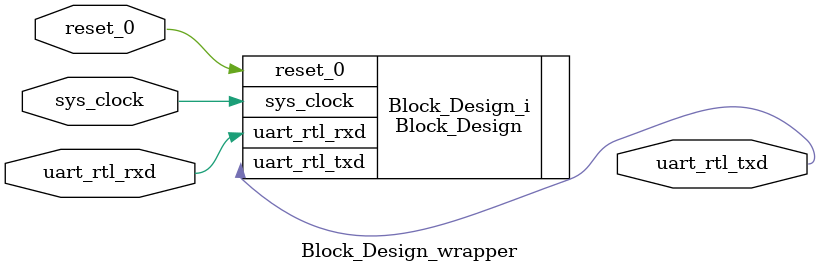
<source format=v>
`timescale 1 ps / 1 ps

module Block_Design_wrapper
   (reset_0,
    sys_clock,
    uart_rtl_rxd,
    uart_rtl_txd);
  input reset_0;
  input sys_clock;
  input uart_rtl_rxd;
  output uart_rtl_txd;

  wire reset_0;
  wire sys_clock;
  wire uart_rtl_rxd;
  wire uart_rtl_txd;

  Block_Design Block_Design_i
       (.reset_0(reset_0),
        .sys_clock(sys_clock),
        .uart_rtl_rxd(uart_rtl_rxd),
        .uart_rtl_txd(uart_rtl_txd));
endmodule

</source>
